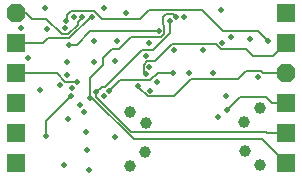
<source format=gbr>
G04 Layer_Physical_Order=4*
G04 Layer_Color=16711680*
%FSLAX44Y44*%
%MOMM*%
G71*
G01*
G75*
%ADD21C,0.1500*%
%ADD22C,0.2000*%
G04:AMPARAMS|DCode=23|XSize=1.5mm|YSize=1.5mm|CornerRadius=0mm|HoleSize=0mm|Usage=FLASHONLY|Rotation=180.000|XOffset=0mm|YOffset=0mm|HoleType=Round|Shape=Octagon|*
%AMOCTAGOND23*
4,1,8,-0.7500,0.3750,-0.7500,-0.3750,-0.3750,-0.7500,0.3750,-0.7500,0.7500,-0.3750,0.7500,0.3750,0.3750,0.7500,-0.3750,0.7500,-0.7500,0.3750,0.0*
%
%ADD23OCTAGOND23*%

%ADD24R,1.5000X1.5000*%
%ADD25C,0.5000*%
%ADD26C,1.0000*%
D21*
X68003Y56286D02*
Y60003D01*
X75533Y65000D02*
X106283Y95750D01*
X68003Y60003D02*
X73000Y65000D01*
X75533D01*
X62753Y55503D02*
X64544D01*
X99796Y20250D01*
X62753Y72221D02*
X74016Y83484D01*
X62753Y55503D02*
Y72221D01*
X99796Y20250D02*
X208350D01*
X68003Y56286D02*
X97740Y26549D01*
X211238D01*
X106283Y95750D02*
X115710D01*
X103445Y64852D02*
Y65538D01*
X108142Y77058D02*
X109700Y75500D01*
X133090Y126410D02*
X135500Y124000D01*
X130148Y110188D02*
Y120160D01*
X115710Y95750D02*
X130148Y110188D01*
X194731Y78004D02*
X207227D01*
X187949Y71222D02*
X194731Y78004D01*
X209031Y76200D02*
X228600D01*
X207227Y78004D02*
X209031Y76200D01*
X169032Y101000D02*
X173431Y96600D01*
X132051Y101000D02*
X169032D01*
X117301Y86250D02*
X132051Y101000D01*
X44502Y100255D02*
X51255D01*
X62750Y111750D01*
X126789Y126410D02*
X133090D01*
X124006Y123628D02*
X126789Y126410D01*
X124006Y117711D02*
Y123628D01*
Y117711D02*
X125500Y116217D01*
Y109782D02*
Y116217D01*
X122718Y107000D02*
X125500Y109782D01*
X133968Y56750D02*
X148440Y71222D01*
X111547Y56750D02*
X133968D01*
X103445Y64852D02*
X111547Y56750D01*
X148440Y71222D02*
X187949D01*
X110925Y86250D02*
X117301D01*
X108142Y77058D02*
Y83468D01*
X110925Y86250D01*
X179000Y45250D02*
X190000Y56250D01*
X211250D01*
X216700Y50800D01*
X228600D01*
X81250Y96750D02*
X87282D01*
X74016Y89516D02*
X81250Y96750D01*
X74016Y83484D02*
Y89516D01*
X87282Y96750D02*
X97532Y107000D01*
X122718D01*
X208350Y20250D02*
X228600Y0D01*
X212387Y25400D02*
X228600D01*
X211238Y26549D02*
X212387Y25400D01*
X173431Y96600D02*
X194701D01*
X200445Y90856D01*
X217856D01*
X228600Y101600D01*
X62750Y111750D02*
X120750D01*
D22*
X55450Y123200D02*
Y123500D01*
X66047Y128756D02*
X72804Y122000D01*
X46681Y128756D02*
X66047D01*
X104750Y122000D02*
X112750Y130000D01*
X72804Y122000D02*
X104750D01*
X63221Y123750D02*
X63983D01*
X45221Y105750D02*
X63221Y123750D01*
X113648Y70500D02*
X119902Y76754D01*
X105554Y70500D02*
X113648D01*
X105516Y70538D02*
X105554Y70500D01*
X87789Y70538D02*
X105516D01*
X119902Y76754D02*
X132507D01*
X78754Y61503D02*
X87789Y70538D01*
X42502Y120756D02*
Y121081D01*
X52021Y119771D02*
X55450Y123200D01*
X52021Y117500D02*
Y119771D01*
X43771Y109250D02*
X52021Y117500D01*
X43500Y125575D02*
X46681Y128756D01*
X43500Y122079D02*
Y125575D01*
X42502Y121081D02*
X43500Y122079D01*
X26914Y105750D02*
X45221D01*
X38500Y109250D02*
X43771D01*
X25750Y122000D02*
X38500Y109250D01*
X22764Y101600D02*
X26914Y105750D01*
X13770Y122000D02*
X25750D01*
X8770Y127000D02*
X13770Y122000D01*
X0Y127000D02*
X8770D01*
X41573Y69253D02*
X51503D01*
X51753Y69004D01*
X34626Y76200D02*
X41573Y69253D01*
X25000Y35751D02*
X46252Y57003D01*
X25000Y22750D02*
Y35751D01*
X112750Y130000D02*
X157085D01*
X174835Y112250D02*
X204500D01*
X157085Y130000D02*
X174835Y112250D01*
X204500D02*
X213575Y103175D01*
X212825Y102425D02*
X213500Y101750D01*
X0Y101600D02*
X22764D01*
X0Y76200D02*
X34626D01*
D23*
X0Y127000D02*
D03*
X228600Y76200D02*
D03*
D24*
X0Y101600D02*
D03*
Y76200D02*
D03*
Y50800D02*
D03*
Y25400D02*
D03*
Y0D02*
D03*
X228600D02*
D03*
Y25400D02*
D03*
Y50800D02*
D03*
Y101600D02*
D03*
Y127000D02*
D03*
D25*
X55450Y123500D02*
D03*
X68003Y60003D02*
D03*
X62753Y55503D02*
D03*
X53753Y49252D02*
D03*
X74254Y56753D02*
D03*
X63983Y123750D02*
D03*
X113515Y61500D02*
D03*
X119335Y69116D02*
D03*
X103445Y65538D02*
D03*
X109700Y75500D02*
D03*
X78754Y61503D02*
D03*
X84000Y22500D02*
D03*
X135500Y124000D02*
D03*
X130148Y120160D02*
D03*
X205260Y73254D02*
D03*
X158500Y96250D02*
D03*
X24250Y131500D02*
D03*
X42502Y120756D02*
D03*
X48752Y123756D02*
D03*
X44502Y100255D02*
D03*
X41700Y114250D02*
D03*
X93000Y127000D02*
D03*
X74504Y131757D02*
D03*
X4500Y114500D02*
D03*
X47252Y64003D02*
D03*
X37252Y66003D02*
D03*
X51753Y69004D02*
D03*
X46252Y57003D02*
D03*
X142250Y123500D02*
D03*
X146257Y76254D02*
D03*
X182000Y107000D02*
D03*
X166750Y76500D02*
D03*
X25000Y22750D02*
D03*
X112255Y101505D02*
D03*
X112892Y81500D02*
D03*
X179000Y45250D02*
D03*
X109750Y91000D02*
D03*
X174573Y102176D02*
D03*
X133950Y96182D02*
D03*
X41000Y-1500D02*
D03*
X173750Y129750D02*
D03*
X177500Y56750D02*
D03*
X60000Y11500D02*
D03*
X20501Y62503D02*
D03*
X83754Y86504D02*
D03*
X43200Y85500D02*
D03*
X26200Y114000D02*
D03*
X61950Y-5500D02*
D03*
X66200Y85500D02*
D03*
X85200Y103500D02*
D03*
X66200Y103750D02*
D03*
X132507Y76754D02*
D03*
X198250Y105587D02*
D03*
X213575Y103175D02*
D03*
X59000Y26750D02*
D03*
X57753Y43752D02*
D03*
X43250Y74750D02*
D03*
X44343Y37304D02*
D03*
X170812Y39558D02*
D03*
X120750Y111750D02*
D03*
X10000Y89000D02*
D03*
D26*
X96500Y43250D02*
D03*
X110410Y34540D02*
D03*
X206796Y-1378D02*
D03*
X96699Y-1930D02*
D03*
X109331Y9690D02*
D03*
X193056Y35074D02*
D03*
X206397Y47186D02*
D03*
X193955Y10790D02*
D03*
M02*

</source>
